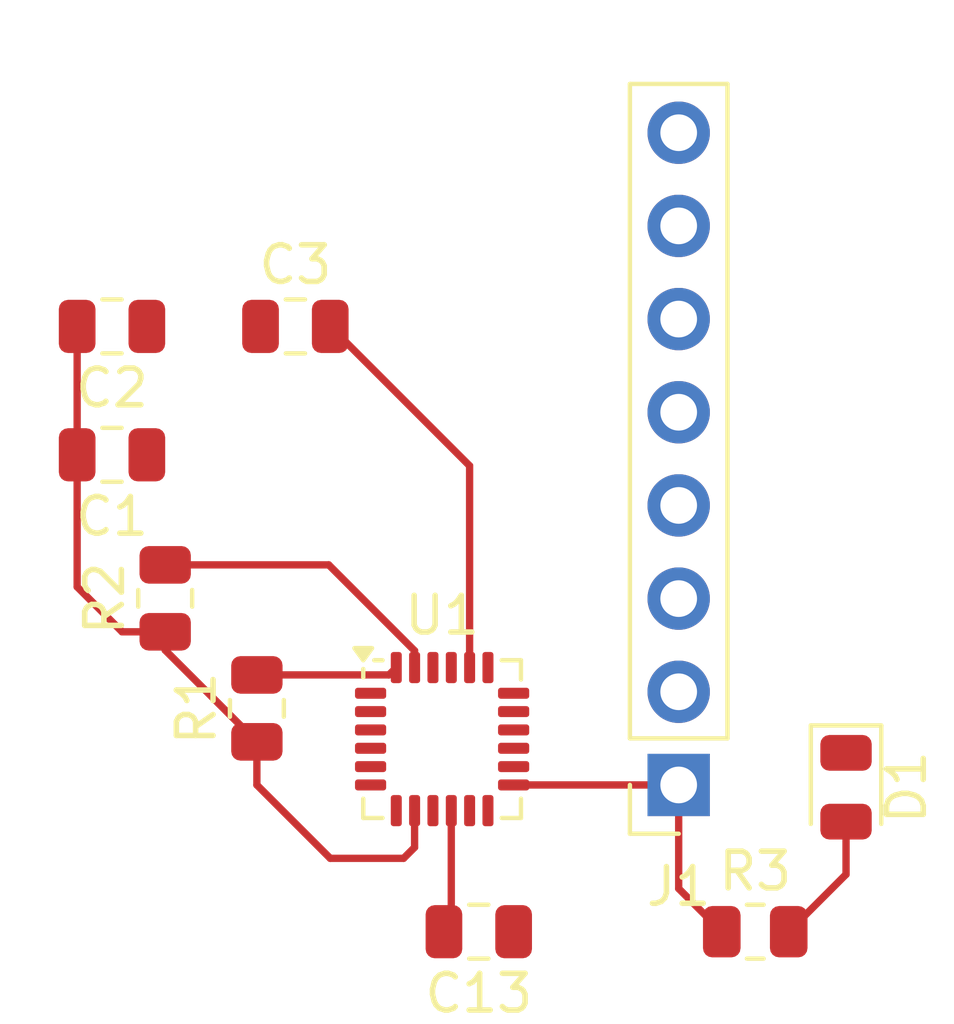
<source format=kicad_pcb>
(kicad_pcb (version 20241229) (generator "pcbnew") (generator_version "9.0")
  (layers (0 "F.Cu" signal) (2 "B.Cu" signal) (13 "F.Paste" user) (15 "B.Paste" user) (5 "F.SilkS" user "F.Silkscreen") (7 "B.SilkS" user "B.Silkscreen") (1 "F.Mask" user) (3 "B.Mask" user) (25 "Edge.Cuts" user))
  (net 0 "")
  (net 1 "3V3")
  (net 2 "GND")
  (net 3 "Net-(U1-CPOUT)")
  (net 4 "Net-(U1-REGOUT)")
  (net 5 "Net-(D1-A)")
  (net 6 "Net-(J1-Pin_4)")
  (net 7 "Net-(J1-Pin_3)")
  (net 11 "Net-(J1-Pin_8)")
  (net 12 "Net-(J1-Pin_6)")
  (net 16 "Net-(J1-Pin_5)")
  (net 18 "Net-(J1-Pin_7)")
  (footprint "LED_SMD:LED_0805_2012Metric" (layer "F.Cu") (at 165.0625 106.0625 -90)
    (property "Reference" "D1" (at 0 -1.65 90) (layer "F.SilkS"))
    (property "Value" "LED")
    (fp_line (start -1.685 0.96) (end 1 0.96) (stroke (width 0.12)) (layer "F.SilkS"))
    (fp_line (start -1.685 -0.96) (end -1.685 0.96) (stroke (width 0.12)) (layer "F.SilkS"))
    (fp_line (start 1 -0.96) (end -1.685 -0.96) (stroke (width 0.12)) (layer "F.SilkS"))
    (pad "1" smd roundrect (at -0.9375 0 270) (size 0.975 1.4) (layers "F.Cu" "F.Mask" "F.Paste") (net 2 "GND"))
    (pad "2" smd roundrect (at 0.9375 0 270) (size 0.975 1.4) (layers "F.Cu" "F.Mask" "F.Paste") (net 5 "Net-(D1-A)"))
  )
  (footprint "Resistor_SMD:R_0805_2012Metric" (layer "F.Cu") (at 162.5875 110)
    (property "Reference" "R3" (at 0 -1.65 0) (layer "F.SilkS"))
    (property "Value" "1k")
    (fp_line (start -0.227064 -0.735) (end 0.227064 -0.735) (stroke (width 0.12)) (layer "F.SilkS"))
    (fp_line (start -0.227064 0.735) (end 0.227064 0.735) (stroke (width 0.12)) (layer "F.SilkS"))
    (pad "1" smd roundrect (at -0.9125 0) (size 1.025 1.4) (layers "F.Cu" "F.Mask" "F.Paste") (roundrect_rratio 0.243902) (net 1 "3V3"))
    (pad "2" smd roundrect (at 0.9125 0) (size 1.025 1.4) (layers "F.Cu" "F.Mask" "F.Paste") (roundrect_rratio 0.243902) (net 5 "Net-(D1-A)"))
  )
  (footprint "Capacitor_SMD:C_0805_2012Metric" (layer "F.Cu") (at 145.05 97 180)
    (property "Reference" "C1" (at 0 -1.68 0) (layer "F.SilkS"))
    (property "Value" "0.01 uF")
    (fp_line (start -0.261252 0.735) (end 0.261252 0.735) (stroke (width 0.12)) (layer "F.SilkS"))
    (fp_line (start -0.261252 -0.735) (end 0.261252 -0.735) (stroke (width 0.12)) (layer "F.SilkS"))
    (pad "1" smd roundrect (at -0.95 0 180) (size 1 1.45) (layers "F.Cu" "F.Mask" "F.Paste") (net 2 "GND"))
    (pad "2" smd roundrect (at 0.95 0 180) (size 1 1.45) (layers "F.Cu" "F.Mask" "F.Paste") (net 1 "3V3"))
  )
  (footprint "Resistor_SMD:R_0805_2012Metric" (layer "F.Cu") (at 146.5 100.9125 90)
    (property "Reference" "R2" (at 0 -1.65 90) (layer "F.SilkS"))
    (property "Value" "4.7k")
    (fp_line (start -0.227064 -0.735) (end 0.227064 -0.735) (stroke (width 0.12)) (layer "F.SilkS"))
    (fp_line (start -0.227064 0.735) (end 0.227064 0.735) (stroke (width 0.12)) (layer "F.SilkS"))
    (pad "1" smd roundrect (at -0.9125 0 90) (size 1.025 1.4) (layers "F.Cu" "F.Mask" "F.Paste") (roundrect_rratio 0.243902) (net 1 "3V3"))
    (pad "2" smd roundrect (at 0.9125 0 90) (size 1.025 1.4) (layers "F.Cu" "F.Mask" "F.Paste") (roundrect_rratio 0.243902) (net 7 "Net-(J1-Pin_3)"))
  )
  (footprint "Sensor_Motion:InvenSense_QFN-24_4x4mm_P0.5mm" (layer "F.Cu") (at 154.05 104.75)
    (property "Reference" "U1" (at 0 -3.375 0) (layer "F.SilkS"))
    (property "Value" "MPU-6050")
    (fp_line (start -2.15 -1.685) (end -2.15 -1.91) (stroke (width 0.12)) (layer "F.SilkS"))
    (fp_line (start -2.15 2.15) (end -2.15 1.625) (stroke (width 0.12)) (layer "F.SilkS"))
    (fp_line (start -2.15 2.15) (end -1.625 2.15) (stroke (width 0.12)) (layer "F.SilkS"))
    (fp_line (start -1.625 -2.15) (end -1.85 -2.15) (stroke (width 0.12)) (layer "F.SilkS"))
    (fp_line (start 2.15 -2.15) (end 1.625 -2.15) (stroke (width 0.12)) (layer "F.SilkS"))
    (fp_line (start 2.15 -2.15) (end 2.15 -1.625) (stroke (width 0.12)) (layer "F.SilkS"))
    (fp_line (start 2.15 2.15) (end 1.625 2.15) (stroke (width 0.12)) (layer "F.SilkS"))
    (fp_line (start 2.15 2.15) (end 2.15 1.625) (stroke (width 0.12)) (layer "F.SilkS"))
    (fp_poly (pts (xy -2.15 -2.15) (xy -2.39 -2.48) (xy -1.91 -2.48) (xy -2.15 -2.15)) (stroke (width 0.12)) (fill yes) (layer "F.SilkS"))
    (pad "1" smd roundrect (at -1.95 -1.25) (size 0.85 0.3) (layers "F.Cu" "F.Mask" "F.Paste") (net 2 "GND"))
    (pad "2" smd roundrect (at -1.95 -0.75) (size 0.85 0.3) (layers "F.Cu" "F.Mask" "F.Paste"))
    (pad "3" smd roundrect (at -1.95 -0.25) (size 0.85 0.3) (layers "F.Cu" "F.Mask" "F.Paste"))
    (pad "4" smd roundrect (at -1.95 0.25) (size 0.85 0.3) (layers "F.Cu" "F.Mask" "F.Paste"))
    (pad "5" smd roundrect (at -1.95 0.75) (size 0.85 0.3) (layers "F.Cu" "F.Mask" "F.Paste"))
    (pad "6" smd roundrect (at -1.95 1.25) (size 0.85 0.3) (layers "F.Cu" "F.Mask" "F.Paste") (net 16 "Net-(J1-Pin_5)"))
    (pad "7" smd roundrect (at -1.25 1.95 90) (size 0.85 0.3) (layers "F.Cu" "F.Mask" "F.Paste") (net 12 "Net-(J1-Pin_6)"))
    (pad "8" smd roundrect (at -0.75 1.95 90) (size 0.85 0.3) (layers "F.Cu" "F.Mask" "F.Paste") (net 1 "3V3"))
    (pad "9" smd roundrect (at -0.25 1.95 90) (size 0.85 0.3) (layers "F.Cu" "F.Mask" "F.Paste") (net 18 "Net-(J1-Pin_7)"))
    (pad "10" smd roundrect (at 0.25 1.95 90) (size 0.85 0.3) (layers "F.Cu" "F.Mask" "F.Paste") (net 4 "Net-(U1-REGOUT)"))
    (pad "11" smd roundrect (at 0.75 1.95 90) (size 0.85 0.3) (layers "F.Cu" "F.Mask" "F.Paste") (net 2 "GND"))
    (pad "12" smd roundrect (at 1.25 1.95 90) (size 0.85 0.3) (layers "F.Cu" "F.Mask" "F.Paste") (net 11 "Net-(J1-Pin_8)"))
    (pad "13" smd roundrect (at 1.95 1.25) (size 0.85 0.3) (layers "F.Cu" "F.Mask" "F.Paste") (net 1 "3V3"))
    (pad "14" smd roundrect (at 1.95 0.75) (size 0.85 0.3) (layers "F.Cu" "F.Mask" "F.Paste"))
    (pad "15" smd roundrect (at 1.95 0.25) (size 0.85 0.3) (layers "F.Cu" "F.Mask" "F.Paste"))
    (pad "16" smd roundrect (at 1.95 -0.25) (size 0.85 0.3) (layers "F.Cu" "F.Mask" "F.Paste"))
    (pad "17" smd roundrect (at 1.95 -0.75) (size 0.85 0.3) (layers "F.Cu" "F.Mask" "F.Paste"))
    (pad "18" smd roundrect (at 1.95 -1.25) (size 0.85 0.3) (layers "F.Cu" "F.Mask" "F.Paste") (net 2 "GND"))
    (pad "19" smd roundrect (at 1.25 -1.95 90) (size 0.85 0.3) (layers "F.Cu" "F.Mask" "F.Paste"))
    (pad "20" smd roundrect (at 0.75 -1.95 90) (size 0.85 0.3) (layers "F.Cu" "F.Mask" "F.Paste") (net 3 "Net-(U1-CPOUT)"))
    (pad "21" smd roundrect (at 0.25 -1.95 90) (size 0.85 0.3) (layers "F.Cu" "F.Mask" "F.Paste"))
    (pad "22" smd roundrect (at -0.25 -1.95 90) (size 0.85 0.3) (layers "F.Cu" "F.Mask" "F.Paste"))
    (pad "23" smd roundrect (at -0.75 -1.95 90) (size 0.85 0.3) (layers "F.Cu" "F.Mask" "F.Paste") (net 7 "Net-(J1-Pin_3)"))
    (pad "24" smd roundrect (at -1.25 -1.95 90) (size 0.85 0.3) (layers "F.Cu" "F.Mask" "F.Paste") (net 6 "Net-(J1-Pin_4)"))
  )
  (footprint "Resistor_SMD:R_0805_2012Metric" (layer "F.Cu") (at 149 103.9125 90)
    (property "Reference" "R1" (at 0 -1.65 90) (layer "F.SilkS"))
    (property "Value" "4.7k")
    (fp_line (start -0.227064 -0.735) (end 0.227064 -0.735) (stroke (width 0.12)) (layer "F.SilkS"))
    (fp_line (start -0.227064 0.735) (end 0.227064 0.735) (stroke (width 0.12)) (layer "F.SilkS"))
    (pad "1" smd roundrect (at -0.9125 0 90) (size 1.025 1.4) (layers "F.Cu" "F.Mask" "F.Paste") (roundrect_rratio 0.243902) (net 1 "3V3"))
    (pad "2" smd roundrect (at 0.9125 0 90) (size 1.025 1.4) (layers "F.Cu" "F.Mask" "F.Paste") (roundrect_rratio 0.243902) (net 6 "Net-(J1-Pin_4)"))
  )
  (footprint "Connector_PinSocket_2.54mm:PinSocket_1x08_P2.54mm_Vertical" (layer "F.Cu") (at 160.5 106 180)
    (property "Reference" "J1" (at 0 -2.77 0) (layer "F.SilkS"))
    (property "Value" "Conn_01x08_Socket")
    (fp_line (start 1.33 1.27) (end 1.33 19.11) (stroke (width 0.12)) (layer "F.SilkS"))
    (fp_line (start 1.33 -1.33) (end 1.33 0) (stroke (width 0.12)) (layer "F.SilkS"))
    (fp_line (start 0 -1.33) (end 1.33 -1.33) (stroke (width 0.12)) (layer "F.SilkS"))
    (fp_line (start -1.33 19.11) (end 1.33 19.11) (stroke (width 0.12)) (layer "F.SilkS"))
    (fp_line (start -1.33 1.27) (end 1.33 1.27) (stroke (width 0.12)) (layer "F.SilkS"))
    (fp_line (start -1.33 1.27) (end -1.33 19.11) (stroke (width 0.12)) (layer "F.SilkS"))
    (pad "1" thru_hole rect (at 0 0 180) (size 1.7 1.7) (drill 1) (layers "*.Cu" "*.Mask") (net 1 "3V3"))
    (pad "2" thru_hole circle (at 0 2.54 180) (size 1.7 1.7) (drill 1) (layers "*.Cu" "*.Mask") (net 2 "GND"))
    (pad "3" thru_hole circle (at 0 5.08 180) (size 1.7 1.7) (drill 1) (layers "*.Cu" "*.Mask") (net 7 "Net-(J1-Pin_3)"))
    (pad "4" thru_hole circle (at 0 7.62 180) (size 1.7 1.7) (drill 1) (layers "*.Cu" "*.Mask") (net 6 "Net-(J1-Pin_4)"))
    (pad "5" thru_hole circle (at 0 10.16 180) (size 1.7 1.7) (drill 1) (layers "*.Cu" "*.Mask") (net 16 "Net-(J1-Pin_5)"))
    (pad "6" thru_hole circle (at 0 12.7 180) (size 1.7 1.7) (drill 1) (layers "*.Cu" "*.Mask") (net 12 "Net-(J1-Pin_6)"))
    (pad "7" thru_hole circle (at 0 15.24 180) (size 1.7 1.7) (drill 1) (layers "*.Cu" "*.Mask") (net 18 "Net-(J1-Pin_7)"))
    (pad "8" thru_hole circle (at 0 17.78 180) (size 1.7 1.7) (drill 1) (layers "*.Cu" "*.Mask") (net 11 "Net-(J1-Pin_8)"))
  )
  (footprint "Capacitor_SMD:C_0805_2012Metric" (layer "F.Cu") (at 155.05 110 180)
    (property "Reference" "C13" (at 0 -1.68 0) (layer "F.SilkS"))
    (property "Value" "0.1 uF")
    (fp_line (start -0.261252 0.735) (end 0.261252 0.735) (stroke (width 0.12)) (layer "F.SilkS"))
    (fp_line (start -0.261252 -0.735) (end 0.261252 -0.735) (stroke (width 0.12)) (layer "F.SilkS"))
    (pad "1" smd roundrect (at -0.95 0 180) (size 1 1.45) (layers "F.Cu" "F.Mask" "F.Paste") (net 2 "GND"))
    (pad "2" smd roundrect (at 0.95 0 180) (size 1 1.45) (layers "F.Cu" "F.Mask" "F.Paste") (net 4 "Net-(U1-REGOUT)"))
  )
  (footprint "Capacitor_SMD:C_0805_2012Metric" (layer "F.Cu") (at 150.05 93.5)
    (property "Reference" "C3" (at 0 -1.68 0) (layer "F.SilkS"))
    (property "Value" "2200 pF")
    (fp_line (start -0.261252 -0.735) (end 0.261252 -0.735) (stroke (width 0.12)) (layer "F.SilkS"))
    (fp_line (start -0.261252 0.735) (end 0.261252 0.735) (stroke (width 0.12)) (layer "F.SilkS"))
    (pad "1" smd roundrect (at -0.95 0) (size 1 1.45) (layers "F.Cu" "F.Mask" "F.Paste") (net 2 "GND"))
    (pad "2" smd roundrect (at 0.95 0) (size 1 1.45) (layers "F.Cu" "F.Mask" "F.Paste") (net 3 "Net-(U1-CPOUT)"))
  )
  (footprint "Capacitor_SMD:C_0805_2012Metric" (layer "F.Cu") (at 145.05 93.5 180)
    (property "Reference" "C2" (at 0 -1.68 0) (layer "F.SilkS"))
    (property "Value" "0.1 uF")
    (fp_line (start -0.261252 0.735) (end 0.261252 0.735) (stroke (width 0.12)) (layer "F.SilkS"))
    (fp_line (start -0.261252 -0.735) (end 0.261252 -0.735) (stroke (width 0.12)) (layer "F.SilkS"))
    (pad "1" smd roundrect (at -0.95 0 180) (size 1 1.45) (layers "F.Cu" "F.Mask" "F.Paste") (net 2 "GND"))
    (pad "2" smd roundrect (at 0.95 0 180) (size 1 1.45) (layers "F.Cu" "F.Mask" "F.Paste") (net 1 "3V3"))
  )
  (segment (start 146.5 101.825) (end 146.5 102.325) (width 0.2) (layer "F.Cu") (net 1))
  (segment (start 153.3 106.7) (end 153.3 107.7) (width 0.2) (layer "F.Cu") (net 1))
  (segment (start 146.5 101.825) (end 145.325 101.825) (width 0.2) (layer "F.Cu") (net 1))
  (segment (start 153 108) (end 151 108) (width 0.2) (layer "F.Cu") (net 1))
  (segment (start 151 108) (end 149 106) (width 0.2) (layer "F.Cu") (net 1))
  (segment (start 160.5 108.825) (end 161.675 110) (width 0.2) (layer "F.Cu") (net 1))
  (segment (start 153.3 107.7) (end 153 108) (width 0.2) (layer "F.Cu") (net 1))
  (segment (start 149 106) (end 149 104.825) (width 0.2) (layer "F.Cu") (net 1))
  (segment (start 160.5 106) (end 160.5 108.825) (width 0.2) (layer "F.Cu") (net 1))
  (segment (start 156 106) (end 160.5 106) (width 0.2) (layer "F.Cu") (net 1))
  (segment (start 146.5 102.325) (end 149 104.825) (width 0.2) (layer "F.Cu") (net 1))
  (segment (start 144.1 100.6) (end 144.1 97) (width 0.2) (layer "F.Cu") (net 1))
  (segment (start 145.325 101.825) (end 144.1 100.6) (width 0.2) (layer "F.Cu") (net 1))
  (segment (start 144.1 97) (end 144.1 93.5) (width 0.2) (layer "F.Cu") (net 1))
  (segment (start 154.8 97.3) (end 151 93.5) (width 0.2) (layer "F.Cu") (net 3))
  (segment (start 154.8 102.8) (end 154.8 97.3) (width 0.2) (layer "F.Cu") (net 3))
  (segment (start 154.1 110) (end 154.3 109.8) (width 0.2) (layer "F.Cu") (net 4))
  (segment (start 154.3 109.8) (end 154.3 106.7) (width 0.2) (layer "F.Cu") (net 4))
  (segment (start 165.0625 108.4375) (end 165.0625 107) (width 0.2) (layer "F.Cu") (net 5))
  (segment (start 163.5 110) (end 165.0625 108.4375) (width 0.2) (layer "F.Cu") (net 5))
  (segment (start 152.6 103) (end 152.8 102.8) (width 0.2) (layer "F.Cu") (net 6))
  (segment (start 149 103) (end 152.6 103) (width 0.2) (layer "F.Cu") (net 6))
  (segment (start 153.3 102.341176) (end 153.3 102.8) (width 0.2) (layer "F.Cu") (net 7))
  (segment (start 150.958824 100) (end 153.3 102.341176) (width 0.2) (layer "F.Cu") (net 7))
  (segment (start 146.5 100) (end 150.958824 100) (width 0.2) (layer "F.Cu") (net 7))
)
</source>
